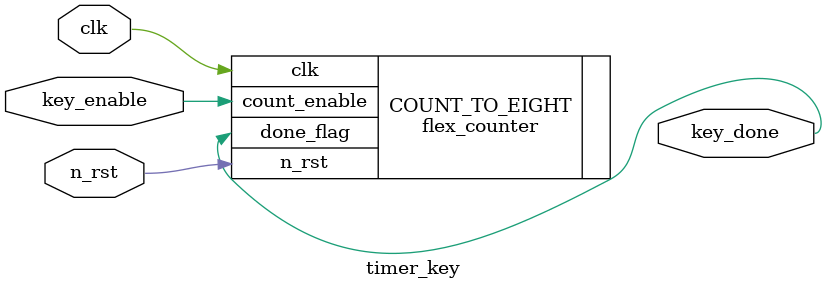
<source format=sv>


module timer_key
(
  input wire clk,
  input wire n_rst,
  input wire key_enable,
  output reg key_done
);


flex_counter #(.NUM_CNT_BITS(4),.NUM_TO_COUNT(8)) COUNT_TO_EIGHT
(
 .clk(clk),
 .n_rst(n_rst),
 .count_enable(key_enable), 
 .done_flag(key_done)
);



endmodule

</source>
